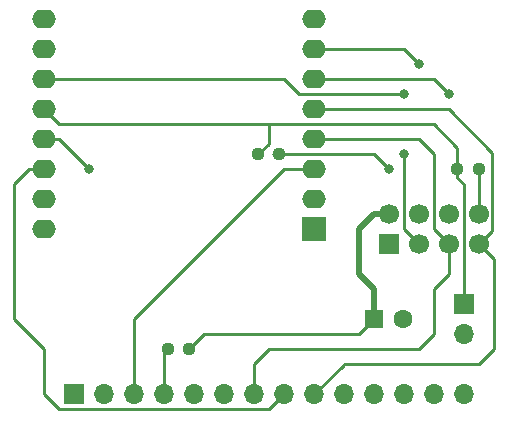
<source format=gbr>
%TF.GenerationSoftware,KiCad,Pcbnew,(6.0.7)*%
%TF.CreationDate,2022-11-27T11:05:52+01:00*%
%TF.ProjectId,RF24_esp8266_tft,52463234-5f65-4737-9038-3236365f7466,rev?*%
%TF.SameCoordinates,Original*%
%TF.FileFunction,Copper,L1,Top*%
%TF.FilePolarity,Positive*%
%FSLAX46Y46*%
G04 Gerber Fmt 4.6, Leading zero omitted, Abs format (unit mm)*
G04 Created by KiCad (PCBNEW (6.0.7)) date 2022-11-27 11:05:52*
%MOMM*%
%LPD*%
G01*
G04 APERTURE LIST*
G04 Aperture macros list*
%AMRoundRect*
0 Rectangle with rounded corners*
0 $1 Rounding radius*
0 $2 $3 $4 $5 $6 $7 $8 $9 X,Y pos of 4 corners*
0 Add a 4 corners polygon primitive as box body*
4,1,4,$2,$3,$4,$5,$6,$7,$8,$9,$2,$3,0*
0 Add four circle primitives for the rounded corners*
1,1,$1+$1,$2,$3*
1,1,$1+$1,$4,$5*
1,1,$1+$1,$6,$7*
1,1,$1+$1,$8,$9*
0 Add four rect primitives between the rounded corners*
20,1,$1+$1,$2,$3,$4,$5,0*
20,1,$1+$1,$4,$5,$6,$7,0*
20,1,$1+$1,$6,$7,$8,$9,0*
20,1,$1+$1,$8,$9,$2,$3,0*%
G04 Aperture macros list end*
%TA.AperFunction,ComponentPad*%
%ADD10C,1.700000*%
%TD*%
%TA.AperFunction,ComponentPad*%
%ADD11R,1.700000X1.700000*%
%TD*%
%TA.AperFunction,ComponentPad*%
%ADD12O,1.700000X1.700000*%
%TD*%
%TA.AperFunction,SMDPad,CuDef*%
%ADD13RoundRect,0.237500X0.250000X0.237500X-0.250000X0.237500X-0.250000X-0.237500X0.250000X-0.237500X0*%
%TD*%
%TA.AperFunction,SMDPad,CuDef*%
%ADD14RoundRect,0.237500X-0.250000X-0.237500X0.250000X-0.237500X0.250000X0.237500X-0.250000X0.237500X0*%
%TD*%
%TA.AperFunction,ComponentPad*%
%ADD15R,1.600000X1.600000*%
%TD*%
%TA.AperFunction,ComponentPad*%
%ADD16C,1.600000*%
%TD*%
%TA.AperFunction,ComponentPad*%
%ADD17R,2.000000X2.000000*%
%TD*%
%TA.AperFunction,ComponentPad*%
%ADD18O,2.000000X1.600000*%
%TD*%
%TA.AperFunction,ViaPad*%
%ADD19C,0.800000*%
%TD*%
%TA.AperFunction,Conductor*%
%ADD20C,0.500000*%
%TD*%
%TA.AperFunction,Conductor*%
%ADD21C,0.250000*%
%TD*%
G04 APERTURE END LIST*
D10*
%TO.P,U2,8,IRQ*%
%TO.N,Net-(R2-Pad2)*%
X167640000Y-97790000D03*
%TO.P,U2,7,MISO*%
%TO.N,Net-(J2-Pad9)*%
X167640000Y-100330000D03*
%TO.P,U2,6,MOSI*%
%TO.N,Net-(J2-Pad6)*%
X165100000Y-97790000D03*
%TO.P,U2,5,SCK*%
%TO.N,Net-(J2-Pad7)*%
X165100000Y-100330000D03*
%TO.P,U2,4,~{CSN}*%
%TO.N,Net-(U1-Pad7)*%
X162560000Y-97790000D03*
%TO.P,U2,3,CE*%
%TO.N,Net-(U1-Pad11)*%
X162560000Y-100330000D03*
%TO.P,U2,2,VCC*%
%TO.N,+3.3V*%
X160020000Y-97790000D03*
D11*
%TO.P,U2,1,GND*%
%TO.N,GND*%
X160020000Y-100330000D03*
%TD*%
%TO.P,J2,1,Pin_1*%
%TO.N,+5V*%
X133360000Y-113030000D03*
D12*
%TO.P,J2,2,Pin_2*%
%TO.N,GND*%
X135900000Y-113030000D03*
%TO.P,J2,3,Pin_3*%
%TO.N,Net-(J2-Pad3)*%
X138440000Y-113030000D03*
%TO.P,J2,4,Pin_4*%
%TO.N,Net-(J2-Pad4)*%
X140980000Y-113030000D03*
%TO.P,J2,5,Pin_5*%
%TO.N,Net-(J2-Pad5)*%
X143520000Y-113030000D03*
%TO.P,J2,6,Pin_6*%
%TO.N,Net-(J2-Pad6)*%
X146060000Y-113030000D03*
%TO.P,J2,7,Pin_7*%
%TO.N,Net-(J2-Pad7)*%
X148600000Y-113030000D03*
%TO.P,J2,8,Pin_8*%
%TO.N,Net-(J2-Pad8)*%
X151140000Y-113030000D03*
%TO.P,J2,9,Pin_9*%
%TO.N,Net-(J2-Pad9)*%
X153680000Y-113030000D03*
%TO.P,J2,10,Pin_10*%
%TO.N,unconnected-(J2-Pad10)*%
X156220000Y-113030000D03*
%TO.P,J2,11,Pin_11*%
%TO.N,unconnected-(J2-Pad11)*%
X158760000Y-113030000D03*
%TO.P,J2,12,Pin_12*%
%TO.N,unconnected-(J2-Pad12)*%
X161300000Y-113030000D03*
%TO.P,J2,13,Pin_13*%
%TO.N,unconnected-(J2-Pad13)*%
X163840000Y-113030000D03*
%TO.P,J2,14,Pin_14*%
%TO.N,unconnected-(J2-Pad14)*%
X166380000Y-113030000D03*
%TD*%
D13*
%TO.P,R3,1*%
%TO.N,+3.3V*%
X143152500Y-109220000D03*
%TO.P,R3,2*%
%TO.N,Net-(J2-Pad4)*%
X141327500Y-109220000D03*
%TD*%
D14*
%TO.P,R2,1*%
%TO.N,Net-(J1-Pad1)*%
X165815000Y-93980000D03*
%TO.P,R2,2*%
%TO.N,Net-(R2-Pad2)*%
X167640000Y-93980000D03*
%TD*%
D15*
%TO.P,C1,1*%
%TO.N,+3.3V*%
X158750000Y-106680000D03*
D16*
%TO.P,C1,2*%
%TO.N,GND*%
X161250000Y-106680000D03*
%TD*%
D13*
%TO.P,R1,1*%
%TO.N,+3.3V*%
X150772500Y-92710000D03*
%TO.P,R1,2*%
%TO.N,Net-(J1-Pad1)*%
X148947500Y-92710000D03*
%TD*%
D11*
%TO.P,J1,1,Pin_1*%
%TO.N,Net-(J1-Pad1)*%
X166370000Y-105410000D03*
D12*
%TO.P,J1,2,Pin_2*%
%TO.N,GND*%
X166370000Y-107950000D03*
%TD*%
D17*
%TO.P,U1,1,~{RST}*%
%TO.N,unconnected-(U1-Pad1)*%
X153670000Y-99060000D03*
D18*
%TO.P,U1,2,A0*%
%TO.N,unconnected-(U1-Pad2)*%
X153670000Y-96520000D03*
%TO.P,U1,3,D0*%
%TO.N,Net-(J2-Pad3)*%
X153670000Y-93980000D03*
%TO.P,U1,4,SCK/D5*%
%TO.N,Net-(J2-Pad7)*%
X153670000Y-91440000D03*
%TO.P,U1,5,MISO/D6*%
%TO.N,Net-(J2-Pad9)*%
X153670000Y-88900000D03*
%TO.P,U1,6,MOSI/D7*%
%TO.N,Net-(J2-Pad6)*%
X153670000Y-86360000D03*
%TO.P,U1,7,CS/D8*%
%TO.N,Net-(U1-Pad7)*%
X153670000Y-83820000D03*
%TO.P,U1,8,3V3*%
%TO.N,+3.3V*%
X153670000Y-81280000D03*
%TO.P,U1,9,5V*%
%TO.N,+5V*%
X130810000Y-81280000D03*
%TO.P,U1,10,GND*%
%TO.N,GND*%
X130810000Y-83820000D03*
%TO.P,U1,11,D4*%
%TO.N,Net-(U1-Pad11)*%
X130810000Y-86360000D03*
%TO.P,U1,12,D3*%
%TO.N,Net-(J1-Pad1)*%
X130810000Y-88900000D03*
%TO.P,U1,13,SDA/D2*%
%TO.N,Net-(J2-Pad5)*%
X130810000Y-91440000D03*
%TO.P,U1,14,SCL/D1*%
%TO.N,Net-(J2-Pad8)*%
X130810000Y-93980000D03*
%TO.P,U1,15,RX*%
%TO.N,unconnected-(U1-Pad15)*%
X130810000Y-96520000D03*
%TO.P,U1,16,TX*%
%TO.N,unconnected-(U1-Pad16)*%
X130810000Y-99060000D03*
%TD*%
D19*
%TO.N,+3.3V*%
X160020000Y-93980000D03*
%TO.N,Net-(U1-Pad7)*%
X162560000Y-85090000D03*
%TO.N,Net-(U1-Pad11)*%
X161290000Y-92710000D03*
X161290000Y-87630000D03*
%TO.N,Net-(J2-Pad5)*%
X134620000Y-93980000D03*
%TO.N,Net-(J2-Pad6)*%
X165100000Y-87630000D03*
%TD*%
D20*
%TO.N,+3.3V*%
X158750000Y-104140000D02*
X158750000Y-106680000D01*
X157480000Y-99060000D02*
X157480000Y-102870000D01*
X158750000Y-97790000D02*
X157480000Y-99060000D01*
X157480000Y-102870000D02*
X158750000Y-104140000D01*
X160020000Y-97790000D02*
X158750000Y-97790000D01*
D21*
X158750000Y-92710000D02*
X160020000Y-93980000D01*
X157480000Y-92710000D02*
X158750000Y-92710000D01*
%TO.N,Net-(U1-Pad11)*%
X152400000Y-87630000D02*
X161290000Y-87630000D01*
X151130000Y-86360000D02*
X152400000Y-87630000D01*
X130810000Y-86360000D02*
X151130000Y-86360000D01*
%TO.N,Net-(U1-Pad7)*%
X160020000Y-83820000D02*
X161290000Y-83820000D01*
%TO.N,Net-(J2-Pad7)*%
X165100000Y-102870000D02*
X163830000Y-104140000D01*
X163830000Y-104140000D02*
X163830000Y-107950000D01*
X165100000Y-100330000D02*
X165100000Y-102870000D01*
X163830000Y-99060000D02*
X165100000Y-100330000D01*
X163830000Y-92710000D02*
X163830000Y-99060000D01*
X162560000Y-91440000D02*
X163830000Y-92710000D01*
X153670000Y-91440000D02*
X162560000Y-91440000D01*
%TO.N,Net-(J2-Pad6)*%
X163830000Y-86360000D02*
X165100000Y-87630000D01*
X153670000Y-86360000D02*
X163830000Y-86360000D01*
%TO.N,Net-(J1-Pad1)*%
X165815000Y-92155000D02*
X165815000Y-93980000D01*
X163830000Y-90170000D02*
X165815000Y-92155000D01*
X149860000Y-90170000D02*
X163830000Y-90170000D01*
X166370000Y-95250000D02*
X166370000Y-105410000D01*
X165815000Y-94695000D02*
X166370000Y-95250000D01*
X165815000Y-93980000D02*
X165815000Y-94695000D01*
%TO.N,Net-(R2-Pad2)*%
X167640000Y-93980000D02*
X167640000Y-97790000D01*
%TO.N,Net-(J2-Pad9)*%
X156210000Y-110500000D02*
X153680000Y-113030000D01*
X156210000Y-110490000D02*
X156210000Y-110500000D01*
X167640000Y-110490000D02*
X156210000Y-110490000D01*
X168910000Y-109220000D02*
X167640000Y-110490000D01*
X168910000Y-101600000D02*
X168910000Y-109220000D01*
X167640000Y-100330000D02*
X168910000Y-101600000D01*
X168815000Y-99155000D02*
X167640000Y-100330000D01*
X168815000Y-92615000D02*
X168815000Y-99155000D01*
X165100000Y-88900000D02*
X168815000Y-92615000D01*
X153670000Y-88900000D02*
X165100000Y-88900000D01*
%TO.N,+3.3V*%
X144422500Y-107950000D02*
X143152500Y-109220000D01*
X150267500Y-92710000D02*
X157480000Y-92710000D01*
X157480000Y-107950000D02*
X158750000Y-106680000D01*
X157480000Y-107950000D02*
X144422500Y-107950000D01*
%TO.N,Net-(U1-Pad7)*%
X161290000Y-83820000D02*
X162560000Y-85090000D01*
X153670000Y-83820000D02*
X160020000Y-83820000D01*
%TO.N,Net-(U1-Pad11)*%
X161290000Y-92710000D02*
X161290000Y-99060000D01*
X161290000Y-99060000D02*
X162560000Y-100330000D01*
%TO.N,Net-(J1-Pad1)*%
X149860000Y-90170000D02*
X132080000Y-90170000D01*
X132080000Y-90170000D02*
X130810000Y-88900000D01*
X149860000Y-91797500D02*
X148947500Y-92710000D01*
X149860000Y-90170000D02*
X149860000Y-91797500D01*
%TO.N,Net-(J2-Pad3)*%
X138440000Y-106670000D02*
X151130000Y-93980000D01*
X138440000Y-113030000D02*
X138440000Y-106670000D01*
X151130000Y-93980000D02*
X153670000Y-93980000D01*
%TO.N,Net-(J2-Pad4)*%
X140980000Y-109567500D02*
X140980000Y-113030000D01*
X141327500Y-109220000D02*
X140980000Y-109567500D01*
%TO.N,Net-(J2-Pad5)*%
X134620000Y-93980000D02*
X132080000Y-91440000D01*
X132080000Y-91440000D02*
X130810000Y-91440000D01*
%TO.N,Net-(J2-Pad7)*%
X148600000Y-110480000D02*
X149860000Y-109220000D01*
X148600000Y-113030000D02*
X148600000Y-110480000D01*
X162560000Y-109220000D02*
X163830000Y-107950000D01*
X149860000Y-109220000D02*
X162560000Y-109220000D01*
%TO.N,Net-(J2-Pad8)*%
X129540000Y-93980000D02*
X130810000Y-93980000D01*
X128270000Y-106680000D02*
X128270000Y-95250000D01*
X130810000Y-109220000D02*
X128270000Y-106680000D01*
X132080000Y-114300000D02*
X130810000Y-113030000D01*
X130810000Y-113030000D02*
X130810000Y-109220000D01*
X151140000Y-113030000D02*
X149870000Y-114300000D01*
X149870000Y-114300000D02*
X132080000Y-114300000D01*
X128270000Y-95250000D02*
X129540000Y-93980000D01*
%TD*%
M02*

</source>
